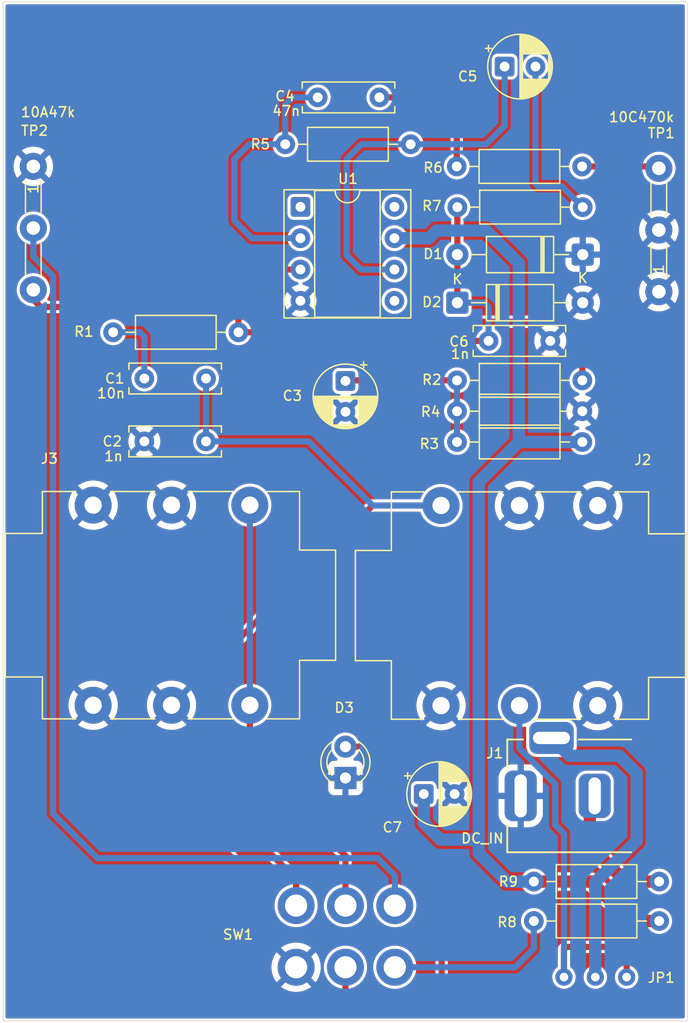
<source format=kicad_pcb>
(kicad_pcb (version 20241229) (generator "pcbnew") (generator_version "9.0")
  (layers (0 "F.Cu" signal) (2 "B.Cu" signal) (13 "F.Paste" user) (15 "B.Paste" user) (5 "F.SilkS" user "F.Silkscreen") (7 "B.SilkS" user "B.Silkscreen") (1 "F.Mask" user) (3 "B.Mask" user) (25 "Edge.Cuts" user))
  (net 0 "")
  (net 1 "VCC")
  (net 2 "Net-(D3-A)")
  (net 3 "Net-(JP1-+)")
  (net 4 "Net-(J1-Pad2)")
  (net 5 "Net-(JP1--)")
  (net 6 "GND")
  (net 7 "Net-(SW1A-B)")
  (net 8 "Net-(SW1B-A)")
  (net 9 "BYPASS")
  (net 10 "Net-(SW1A-A)")
  (net 14 "Net-(C1-Pad1)")
  (net 15 "Net-(C3-Pad1)")
  (net 16 "Net-(U1--)")
  (net 17 "Net-(C5-Pad1)")
  (net 18 "Net-(C5-Pad2)")
  (net 19 "Net-(D1-A)")
  (net 20 "Net-(U1-+)")
  (net 21 "Net-(R6-Pad2)")
  (net 22 "Net-(C4-Pad2)")
  (footprint "myFoot:my_DC_Jack" (layer "F.Cu") (at 27.7 23.05 180)
    (property "Reference" "J1" (at 15.6 3.45 0) (layer "F.SilkS") (effects (font (size 0.8 0.8) (thickness 0.13))))
    (property "Value" "DC_IN" (at 16.6 -3.45 0) (layer "F.SilkS") (effects (font (size 0.8 0.8) (thickness 0.13))))
    (pad "1" thru_hole roundrect (at 13.5 0 180) (size 2.6 4.1) (drill oval 1 3.5) (layers "*.Cu" "*.Mask") (net 6 "GND"))
    (pad "2" thru_hole roundrect (at 7.5 0 180) (size 2.6 3.6) (drill oval 1 3) (layers "*.Cu" "*.Mask") (net 4 "Net-(J1-Pad2)"))
    (pad "3" thru_hole roundrect (at 11 4.7 180) (size 3.6 2.6) (drill oval 3 1) (layers "*.Cu" "*.Mask") (net 3 "Net-(JP1-+)"))
  )
  (footprint "Connector_Audio:Jack_6.35mm_Neutrik_NMJ6HCD2_Horizontal" (layer "F.Cu") (at 7.75 -0.5)
    (property "Reference" "J2" (at 16.35 -3.7 0) (layer "F.SilkS") (effects (font (size 0.8 0.8) (thickness 0.13))))
    (property "Value" "INPUT")
    (pad "R" thru_hole circle (at 6.35 0) (size 3 3) (drill 1.4) (layers "*.Cu" "*.Mask") (net 6 "GND"))
    (pad "RN" thru_hole circle (at 6.35 16.23) (size 3 3) (drill 1.4) (layers "*.Cu" "*.Mask") (net 5 "Net-(JP1--)"))
    (pad "S" thru_hole circle (at 12.7 0) (size 3 3) (drill 1.4) (layers "*.Cu" "*.Mask") (net 6 "GND"))
    (pad "SN" thru_hole circle (at 12.7 16.23) (size 3 3) (drill 1.4) (layers "*.Cu" "*.Mask") (net 6 "GND"))
    (pad "T" thru_hole circle (at 0 0) (size 3 3) (drill 1.4) (layers "*.Cu" "*.Mask") (net 9 "BYPASS"))
    (pad "TN" thru_hole circle (at 0 16.23) (size 3 3) (drill 1.4) (layers "*.Cu" "*.Mask") (net 6 "GND"))
  )
  (footprint "Connector_Audio:Jack_6.35mm_Neutrik_NMJ6HCD2_Horizontal" (layer "F.Cu") (at -7.75 15.7 180)
    (property "Reference" "J3" (at 16.25 20 0) (layer "F.SilkS") (effects (font (size 0.8 0.8) (thickness 0.13))))
    (property "Value" "OUTPUT")
    (pad "R" thru_hole circle (at 6.35 0 180) (size 3 3) (drill 1.4) (layers "*.Cu" "*.Mask") (net 6 "GND"))
    (pad "RN" thru_hole circle (at 6.35 16.23 180) (size 3 3) (drill 1.4) (layers "*.Cu" "*.Mask") (net 6 "GND"))
    (pad "S" thru_hole circle (at 12.7 0 180) (size 3 3) (drill 1.4) (layers "*.Cu" "*.Mask") (net 6 "GND"))
    (pad "SN" thru_hole circle (at 12.7 16.23 180) (size 3 3) (drill 1.4) (layers "*.Cu" "*.Mask") (net 6 "GND"))
    (pad "T" thru_hole circle (at 0 0 180) (size 3 3) (drill 1.4) (layers "*.Cu" "*.Mask") (net 7 "Net-(SW1A-B)"))
    (pad "TN" thru_hole circle (at 0 16.23 180) (size 3 3) (drill 1.4) (layers "*.Cu" "*.Mask") (net 7 "Net-(SW1A-B)"))
  )
  (footprint "myFoot:my_C_Rect1_P5.00mm" (layer "F.Cu") (at 11.6 -13.85)
    (property "Reference" "C6" (at -2.4 0.05 0) (layer "F.SilkS") (effects (font (size 0.8 0.8) (thickness 0.13))))
    (property "Value" "1n" (at -2.3 1.05 0) (layer "F.SilkS") (effects (font (size 0.8 0.8) (thickness 0.13))))
    (pad "1" thru_hole circle (at 0 0) (size 1.6 1.6) (drill 0.8) (layers "*.Cu" "*.Mask") (net 19 "Net-(D1-A)"))
    (pad "2" thru_hole circle (at 5 0) (size 1.6 1.6) (drill 0.8) (layers "*.Cu" "*.Mask") (net 6 "GND"))
  )
  (footprint "Resistor_THT:R_Axial_DIN0207_L6.3mm_D2.5mm_P10.16mm_Horizontal" (layer "F.Cu") (at 9.02 -28)
    (property "Reference" "R6" (at -1.92 0.1 0) (layer "F.SilkS") (effects (font (size 0.8 0.8) (thickness 0.13))))
    (property "Value" "4.7k")
    (pad "1" thru_hole circle (at 0 0) (size 1.6 1.6) (drill 0.8) (layers "*.Cu" "*.Mask") (net 22 "Net-(C4-Pad2)"))
    (pad "2" thru_hole circle (at 10.16 0) (size 1.6 1.6) (drill 0.8) (layers "*.Cu" "*.Mask") (net 21 "Net-(R6-Pad2)"))
  )
  (footprint "Resistor_THT:R_Axial_DIN0207_L6.3mm_D2.5mm_P10.16mm_Horizontal" (layer "F.Cu") (at 15.27 33.2)
    (property "Reference" "R8" (at -2.17 0.1 0) (layer "F.SilkS") (effects (font (size 0.8 0.8) (thickness 0.13))))
    (property "Value" "3.9k")
    (pad "1" thru_hole circle (at 0 0) (size 1.6 1.6) (drill 0.8) (layers "*.Cu" "*.Mask") (net 8 "Net-(SW1B-A)"))
    (pad "2" thru_hole circle (at 10.16 0) (size 1.6 1.6) (drill 0.8) (layers "*.Cu" "*.Mask") (net 1 "VCC"))
  )
  (footprint "myFoot:my_C_Rect1_P5.00mm" (layer "F.Cu") (at -16.3 -10.8)
    (property "Reference" "C1" (at -2.4 0 0) (layer "F.SilkS") (effects (font (size 0.8 0.8) (thickness 0.13))))
    (property "Value" "10n" (at -2.7 1.2 0) (layer "F.SilkS") (effects (font (size 0.8 0.8) (thickness 0.13))))
    (pad "1" thru_hole circle (at 0 0) (size 1.6 1.6) (drill 0.8) (layers "*.Cu" "*.Mask") (net 14 "Net-(C1-Pad1)"))
    (pad "2" thru_hole circle (at 5 0) (size 1.6 1.6) (drill 0.8) (layers "*.Cu" "*.Mask") (net 9 "BYPASS"))
  )
  (footprint "myFoot:my_C_Rect1_P5.00mm" (layer "F.Cu") (at -2.25 -33.6)
    (property "Reference" "C4" (at -2.65 -0.1 0) (layer "F.SilkS") (effects (font (size 0.8 0.8) (thickness 0.13))))
    (property "Value" "47n" (at -2.55 1.1 0) (layer "F.SilkS") (effects (font (size 0.8 0.8) (thickness 0.13))))
    (pad "1" thru_hole circle (at 0 0) (size 1.6 1.6) (drill 0.8) (layers "*.Cu" "*.Mask") (net 16 "Net-(U1--)"))
    (pad "2" thru_hole circle (at 5 0) (size 1.6 1.6) (drill 0.8) (layers "*.Cu" "*.Mask") (net 22 "Net-(C4-Pad2)"))
  )
  (footprint "Resistor_THT:R_Axial_DIN0207_L6.3mm_D2.5mm_P10.16mm_Horizontal" (layer "F.Cu") (at 9.04 -5.65)
    (property "Reference" "R3" (at -2.24 0.15 0) (layer "F.SilkS") (effects (font (size 0.8 0.8) (thickness 0.13))))
    (property "Value" "1M")
    (pad "1" thru_hole circle (at 0 0) (size 1.6 1.6) (drill 0.8) (layers "*.Cu" "*.Mask") (net 15 "Net-(C3-Pad1)"))
    (pad "2" thru_hole circle (at 10.16 0) (size 1.6 1.6) (drill 0.8) (layers "*.Cu" "*.Mask") (net 1 "VCC"))
  )
  (footprint "myFoot:my_C_Rect1_P5.00mm" (layer "F.Cu") (at -16.3 -5.7)
    (property "Reference" "C2" (at -2.6 0 0) (layer "F.SilkS") (effects (font (size 0.8 0.8) (thickness 0.13))))
    (property "Value" "1n" (at -2.5 1.2 0) (layer "F.SilkS") (effects (font (size 0.8 0.8) (thickness 0.13))))
    (pad "1" thru_hole circle (at 0 0) (size 1.6 1.6) (drill 0.8) (layers "*.Cu" "*.Mask") (net 6 "GND"))
    (pad "2" thru_hole circle (at 5 0) (size 1.6 1.6) (drill 0.8) (layers "*.Cu" "*.Mask") (net 9 "BYPASS"))
  )
  (footprint "Diode_THT:D_A-405_P10.16mm_Horizontal" (layer "F.Cu") (at 9.07 -16.95)
    (property "Reference" "D2" (at -2.07 -0.05 0) (layer "F.SilkS") (effects (font (size 0.8 0.8) (thickness 0.13))))
    (property "Value" "1N270")
    (fp_text user "K" (at 0 -1.9 0) (layer "F.SilkS") (effects (font (size 0.8 0.8) (thickness 0.13))))
    (pad "1" thru_hole roundrect (at 0 0) (size 1.8 1.8) (drill 0.9) (layers "*.Cu" "*.Mask") (roundrect_rratio 0.138889) (net 19 "Net-(D1-A)"))
    (pad "2" thru_hole circle (at 10.16 0) (size 1.8 1.8) (drill 0.9) (layers "*.Cu" "*.Mask") (net 6 "GND"))
  )
  (footprint "Capacitor_THT:CP_Radial_D5.0mm_P2.50mm" (layer "F.Cu") (at 12.9 -36.1)
    (property "Reference" "C5" (at -3 0.8 0) (layer "F.SilkS") (effects (font (size 0.8 0.8) (thickness 0.13))))
    (property "Value" "1u")
    (pad "1" thru_hole roundrect (at 0 0) (size 1.6 1.6) (drill 0.8) (layers "*.Cu" "*.Mask") (roundrect_rratio 0.15625) (net 17 "Net-(C5-Pad1)"))
    (pad "2" thru_hole circle (at 2.5 0) (size 1.6 1.6) (drill 0.8) (layers "*.Cu" "*.Mask") (net 18 "Net-(C5-Pad2)"))
  )
  (footprint "Capacitor_THT:CP_Radial_D5.0mm_P2.50mm" (layer "F.Cu") (at 0 -10.6 -90)
    (property "Reference" "C3" (at 1.2 4.3 0) (layer "F.SilkS") (effects (font (size 0.8 0.8) (thickness 0.13))))
    (property "Value" "1u")
    (pad "1" thru_hole roundrect (at 0 0 270) (size 1.6 1.6) (drill 0.8) (layers "*.Cu" "*.Mask") (roundrect_rratio 0.15625) (net 15 "Net-(C3-Pad1)"))
    (pad "2" thru_hole circle (at 2.5 0 270) (size 1.6 1.6) (drill 0.8) (layers "*.Cu" "*.Mask") (net 6 "GND"))
  )
  (footprint "LED_THT:LED_D3.0mm" (layer "F.Cu") (at 0 21.6 90)
    (property "Reference" "D3" (at 5.7 -0.1 0) (layer "F.SilkS") (effects (font (size 0.8 0.8) (thickness 0.13))))
    (property "Value" "LED")
    (pad "1" thru_hole rect (at 0 0 90) (size 1.8 1.8) (drill 0.9) (layers "*.Cu" "*.Mask") (net 6 "GND"))
    (pad "2" thru_hole circle (at 2.54 0 90) (size 1.8 1.8) (drill 0.9) (layers "*.Cu" "*.Mask") (net 2 "Net-(D3-A)"))
  )
  (footprint "Resistor_THT:R_Axial_DIN0207_L6.3mm_D2.5mm_P10.16mm_Horizontal" (layer "F.Cu") (at -18.83 -14.55)
    (property "Reference" "R1" (at -2.37 -0.05 0) (layer "F.SilkS") (effects (font (size 0.8 0.8) (thickness 0.13))))
    (property "Value" "10k")
    (pad "1" thru_hole circle (at 0 0) (size 1.6 1.6) (drill 0.8) (layers "*.Cu" "*.Mask") (net 14 "Net-(C1-Pad1)"))
    (pad "2" thru_hole circle (at 10.16 0) (size 1.6 1.6) (drill 0.8) (layers "*.Cu" "*.Mask") (net 20 "Net-(U1-+)"))
  )
  (footprint "Resistor_THT:R_Axial_DIN0207_L6.3mm_D2.5mm_P10.16mm_Horizontal" (layer "F.Cu") (at -4.88 -29.8)
    (property "Reference" "R5" (at -2.02 0 0) (layer "F.SilkS") (effects (font (size 0.8 0.8) (thickness 0.13))))
    (property "Value" "1M")
    (pad "1" thru_hole circle (at 0 0) (size 1.6 1.6) (drill 0.8) (layers "*.Cu" "*.Mask") (net 16 "Net-(U1--)"))
    (pad "2" thru_hole circle (at 10.16 0) (size 1.6 1.6) (drill 0.8) (layers "*.Cu" "*.Mask") (net 17 "Net-(C5-Pad1)"))
  )
  (footprint "Resistor_THT:R_Axial_DIN0207_L6.3mm_D2.5mm_P10.16mm_Horizontal" (layer "F.Cu") (at 9.04 -8.15)
    (property "Reference" "R4" (at -2.14 0.05 0) (layer "F.SilkS") (effects (font (size 0.8 0.8) (thickness 0.13))))
    (property "Value" "1M")
    (pad "1" thru_hole circle (at 0 0) (size 1.6 1.6) (drill 0.8) (layers "*.Cu" "*.Mask") (net 15 "Net-(C3-Pad1)"))
    (pad "2" thru_hole circle (at 10.16 0) (size 1.6 1.6) (drill 0.8) (layers "*.Cu" "*.Mask") (net 6 "GND"))
  )
  (footprint "Diode_THT:D_A-405_P10.16mm_Horizontal" (layer "F.Cu") (at 19.23 -20.85 180)
    (property "Reference" "D1" (at 12.13 0.05 0) (layer "F.SilkS") (effects (font (size 0.8 0.8) (thickness 0.13))))
    (property "Value" "1N270")
    (fp_text user "K" (at 0 -1.9 0) (layer "F.SilkS") (effects (font (size 0.8 0.8) (thickness 0.13))))
    (pad "1" thru_hole roundrect (at 0 0 180) (size 1.8 1.8) (drill 0.9) (layers "*.Cu" "*.Mask") (roundrect_rratio 0.138889) (net 6 "GND"))
    (pad "2" thru_hole circle (at 10.16 0 180) (size 1.8 1.8) (drill 0.9) (layers "*.Cu" "*.Mask") (net 19 "Net-(D1-A)"))
  )
  (footprint "Resistor_THT:R_Axial_DIN0207_L6.3mm_D2.5mm_P10.16mm_Horizontal" (layer "F.Cu") (at 15.27 30)
    (property "Reference" "R9" (at -2.07 0 0) (layer "F.SilkS") (effects (font (size 0.8 0.8) (thickness 0.13))))
    (property "Value" "10R")
    (pad "1" thru_hole circle (at 0 0) (size 1.6 1.6) (drill 0.8) (layers "*.Cu" "*.Mask") (net 1 "VCC"))
    (pad "2" thru_hole circle (at 10.16 0) (size 1.6 1.6) (drill 0.8) (layers "*.Cu" "*.Mask") (net 4 "Net-(J1-Pad2)"))
  )
  (footprint "Package_DIP:DIP-8_W7.62mm_Socket" (layer "F.Cu") (at -3.65 -24.72)
    (property "Reference" "U1" (at 3.85 -2.28 0) (layer "F.SilkS") (effects (font (size 0.8 0.8) (thickness 0.13))))
    (property "Value" "LM741CN")
    (pad "1" thru_hole roundrect (at 0 0) (size 1.6 1.6) (drill 0.8) (layers "*.Cu" "*.Mask") (roundrect_rratio 0.15625))
    (pad "2" thru_hole circle (at 0 2.54) (size 1.6 1.6) (drill 0.8) (layers "*.Cu" "*.Mask") (net 16 "Net-(U1--)"))
    (pad "3" thru_hole circle (at 0 5.08) (size 1.6 1.6) (drill 0.8) (layers "*.Cu" "*.Mask") (net 20 "Net-(U1-+)"))
    (pad "4" thru_hole circle (at 0 7.62) (size 1.6 1.6) (drill 0.8) (layers "*.Cu" "*.Mask") (net 6 "GND"))
    (pad "5" thru_hole circle (at 7.62 7.62) (size 1.6 1.6) (drill 0.8) (layers "*.Cu" "*.Mask"))
    (pad "6" thru_hole circle (at 7.62 5.08) (size 1.6 1.6) (drill 0.8) (layers "*.Cu" "*.Mask") (net 17 "Net-(C5-Pad1)"))
    (pad "7" thru_hole circle (at 7.62 2.54) (size 1.6 1.6) (drill 0.8) (layers "*.Cu" "*.Mask") (net 1 "VCC"))
    (pad "8" thru_hole circle (at 7.62 0) (size 1.6 1.6) (drill 0.8) (layers "*.Cu" "*.Mask"))
  )
  (footprint "myFoot:my_conn" (layer "F.Cu") (at 20.25 37.75 -90)
    (property "Reference" "JP1" (at 0.05 -5.35 0) (layer "F.SilkS") (effects (font (size 0.8 0.8) (thickness 0.13))))
    (property "Value" "Battery")
    (pad "1" thru_hole circle (at 0 0 270) (size 1.4 1.4) (drill 0.7) (layers "*.Cu" "*.Mask") (net 3 "Net-(JP1-+)"))
    (pad "2" thru_hole circle (at 0 -2.54 270) (size 1.4 1.4) (drill 0.7) (layers "*.Cu" "*.Mask") (net 5 "Net-(JP1--)"))
    (pad "2" thru_hole circle (at 0 2.54 270) (size 1.4 1.4) (drill 0.7) (layers "*.Cu" "*.Mask") (net 5 "Net-(JP1--)"))
  )
  (footprint "Connector_PinHeader_2.54mm:PinHeader_2x03_P2.54mm_Vertical" (layer "F.Cu") (at 3.999999 31.95 -90)
    (property "Reference" "SW1" (at 2.35 12.699999 0) (layer "F.SilkS") (effects (font (size 0.8 0.8) (thickness 0.13))))
    (property "Value" "SW2" (hide yes))
    (pad "1" thru_hole circle (at 0 0 270) (size 3 3) (drill 1.8) (layers "*.Cu" "*.Mask") (net 10 "Net-(SW1A-A)"))
    (pad "2" thru_hole circle (at 0 4 270) (size 3 3) (drill 1.8) (layers "*.Cu" "*.Mask") (net 7 "Net-(SW1A-B)"))
    (pad "3" thru_hole circle (at 0 8 270) (size 3 3) (drill 1.8) (layers "*.Cu" "*.Mask") (net 9 "BYPASS"))
    (pad "4" thru_hole circle (at 5 0 270) (size 3 3) (drill 1.8) (layers "*.Cu" "*.Mask") (net 8 "Net-(SW1B-A)"))
    (pad "5" thru_hole circle (at 5 4 270) (size 3 3) (drill 1.8) (layers "*.Cu" "*.Mask") (net 2 "Net-(D3-A)"))
    (pad "6" thru_hole circle (at 5 8 270) (size 3 3) (drill 1.8) (layers "*.Cu" "*.Mask") (net 6 "GND"))
  )
  (footprint "Resistor_THT:R_Axial_DIN0207_L6.3mm_D2.5mm_P10.16mm_Horizontal" (layer "F.Cu") (at 9.04 -10.65)
    (property "Reference" "R2" (at -2.04 -0.05 0) (layer "F.SilkS") (effects (font (size 0.8 0.8) (thickness 0.13))))
    (property "Value" "1M")
    (pad "1" thru_hole circle (at 0 0) (size 1.6 1.6) (drill 0.8) (layers "*.Cu" "*.Mask") (net 15 "Net-(C3-Pad1)"))
    (pad "2" thru_hole circle (at 10.16 0) (size 1.6 1.6) (drill 0.8) (layers "*.Cu" "*.Mask") (net 20 "Net-(U1-+)"))
  )
  (footprint "Capacitor_THT:CP_Radial_D5.0mm_P2.50mm" (layer "F.Cu") (at 6.344888 22.9)
    (property "Reference" "C7" (at -2.544888 2.7 0) (layer "F.SilkS") (effects (font (size 0.8 0.8) (thickness 0.13))))
    (property "Value" "100u")
    (pad "1" thru_hole roundrect (at 0 0) (size 1.6 1.6) (drill 0.8) (layers "*.Cu" "*.Mask") (roundrect_rratio 0.15625) (net 1 "VCC"))
    (pad "2" thru_hole circle (at 2.5 0) (size 1.6 1.6) (drill 0.8) (layers "*.Cu" "*.Mask") (net 6 "GND"))
  )
  (footprint "myFoot:my_pot_5mm" (layer "F.Cu") (at -25.3 -23 -90)
    (property "Reference" "TP2" (at -7.9 -0.1 0) (layer "F.SilkS") (effects (font (size 0.8 0.8) (thickness 0.13))))
    (property "Value" "10A47k" (at -9.4 -1.2 0) (layer "F.SilkS") (effects (font (size 0.8 0.8) (thickness 0.13))))
    (fp_text user "1" (at -3.175 0 90) (layer "F.SilkS") (effects (font (size 0.8 0.8) (thickness 0.13))))
    (pad "1" thru_hole circle (at -5.0038 0 270) (size 2.2 2.2) (drill 1.1) (layers "*.Cu" "*.Mask") (net 6 "GND"))
    (pad "2" thru_hole circle (at 0 0 270) (size 2.2 2.2) (drill 1.1) (layers "*.Cu" "*.Mask") (net 10 "Net-(SW1A-A)"))
    (pad "3" thru_hole circle (at 5.0038 0 270) (size 2.2 2.2) (drill 1.1) (layers "*.Cu" "*.Mask") (net 19 "Net-(D1-A)"))
  )
  (footprint "myFoot:my_pot_5mm" (layer "F.Cu") (at 25.4 -22.8462 90)
    (property "Reference" "TP1" (at 7.8538 0.2 0) (layer "F.SilkS") (effects (font (size 0.8 0.8) (thickness 0.13))))
    (property "Value" "10C470k" (at 9.1538 -1.4 0) (layer "F.SilkS") (effects (font (size 0.8 0.8) (thickness 0.13))))
    (fp_text user "1" (at -3.175 0 90) (layer "F.SilkS") (effects (font (size 0.8 0.8) (thickness 0.13))))
    (pad "1" thru_hole circle (at -5.0038 0 90) (size 2.2 2.2) (drill 1.1) (layers "*.Cu" "*.Mask") (net 6 "GND"))
    (pad "2" thru_hole circle (at 0 0 90) (size 2.2 2.2) (drill 1.1) (layers "*.Cu" "*.Mask") (net 6 "GND"))
    (pad "3" thru_hole circle (at 5.0038 0 90) (size 2.2 2.2) (drill 1.1) (layers "*.Cu" "*.Mask") (net 21 "Net-(R6-Pad2)"))
  )
  (footprint "Resistor_THT:R_Axial_DIN0207_L6.3mm_D2.5mm_P10.16mm_Horizontal" (layer "F.Cu") (at 9.07 -24.7)
    (property "Reference" "R7" (at -2.07 -0.1 0) (layer "F.SilkS") (effects (font (size 0.8 0.8) (thickness 0.13))))
    (property "Value" "10k")
    (pad "1" thru_hole circle (at 0 0) (size 1.6 1.6) (drill 0.8) (layers "*.Cu" "*.Mask") (net 19 "Net-(D1-A)"))
    (pad "2" thru_hole circle (at 10.16 0) (size 1.6 1.6) (drill 0.8) (layers "*.Cu" "*.Mask") (net 18 "Net-(C5-Pad2)"))
  )
  (gr_rect (start -27.75 -41.35) (end 27.7 41.3) (stroke (width 0.05)) (fill no) (layer "Edge.Cuts"))
  (segment (start 23.1 33.2) (end 25.43 33.2) (width 1) (layer "F.Cu") (net 1))
  (segment (start 15.27 30) (end 19.9 30) (width 1) (layer "F.Cu") (net 1))
  (segment (start 19.9 30) (end 23.1 33.2) (width 1) (layer "F.Cu") (net 1))
  (segment (start 14.05 -20.15) (end 14.05 -5.65) (width 1) (layer "B.Cu") (net 1))
  (segment (start 6.78 -22.18) (end 7.4 -22.8) (width 1) (layer "B.Cu") (net 1))
  (segment (start 15.27 30) (end 13.1 30) (width 1) (layer "B.Cu") (net 1))
  (segment (start 11.4 -22.8) (end 14.05 -20.15) (width 1) (layer "B.Cu") (net 1))
  (segment (start 3.97 -22.18) (end 6.78 -22.18) (width 1) (layer "B.Cu") (net 1))
  (segment (start 7.7 26.6) (end 10.8 26.6) (width 1) (layer "B.Cu") (net 1))
  (segment (start 14.05 -5.65) (end 19.2 -5.65) (width 1) (layer "B.Cu") (net 1))
  (segment (start 6.344888 25.244888) (end 7.7 26.6) (width 1) (layer "B.Cu") (net 1))
  (segment (start 7.4 -22.8) (end 11.4 -22.8) (width 1) (layer "B.Cu") (net 1))
  (segment (start 10.8 -2.4) (end 14.05 -5.65) (width 1) (layer "B.Cu") (net 1))
  (segment (start 10.8 26.6) (end 10.8 -2.4) (width 1) (layer "B.Cu") (net 1))
  (segment (start 13.1 30) (end 10.8 27.7) (width 1) (layer "B.Cu") (net 1))
  (segment (start 10.8 27.7) (end 10.8 26.6) (width 1) (layer "B.Cu") (net 1))
  (segment (start 6.344888 22.9) (end 6.344888 25.244888) (width 1) (layer "B.Cu") (net 1))
  (segment (start 6.4 39.8) (end 7.8 38.4) (width 0.5) (layer "F.Cu") (net 2))
  (segment (start 0.7 39.8) (end 6.4 39.8) (width 0.5) (layer "F.Cu") (net 2))
  (segment (start -0.000001 36.95) (end -0.000001 39.099999) (width 0.5) (layer "F.Cu") (net 2))
  (segment (start 2.06 19.06) (end 0 19.06) (width 0.5) (layer "F.Cu") (net 2))
  (segment (start 7.8 38.4) (end 7.8 28.5) (width 0.5) (layer "F.Cu") (net 2))
  (segment (start -0.000001 39.099999) (end 0.7 39.8) (width 0.5) (layer "F.Cu") (net 2))
  (segment (start 3.8 24.5) (end 3.8 20.8) (width 0.5) (layer "F.Cu") (net 2))
  (segment (start 3.8 20.8) (end 2.06 19.06) (width 0.5) (layer "F.Cu") (net 2))
  (segment (start 7.8 28.5) (end 3.8 24.5) (width 0.5) (layer "F.Cu") (net 2))
  (segment (start 23.6 21.2) (end 22.2 19.8) (width 1) (layer "B.Cu") (net 3))
  (segment (start 23.6 26.7) (end 23.6 21.2) (width 1) (layer "B.Cu") (net 3))
  (segment (start 18.15 19.8) (end 16.7 18.35) (width 1) (layer "B.Cu") (net 3))
  (segment (start 22.2 19.8) (end 18.15 19.8) (width 1) (layer "B.Cu") (net 3))
  (segment (start 20.25 37.75) (end 20.25 30.05) (width 1) (layer "B.Cu") (net 3))
  (segment (start 20.25 30.05) (end 23.6 26.7) (width 1) (layer "B.Cu") (net 3))
  (segment (start 20.2 23.05) (end 20.2 24.2) (width 1) (layer "F.Cu") (net 4))
  (segment (start 19.8 27.1) (end 22.7 30) (width 1) (layer "F.Cu") (net 4))
  (segment (start 22.7 30) (end 25.43 30) (width 1) (layer "F.Cu") (net 4))
  (segment (start 19.8 24.6) (end 19.8 27.1) (width 1) (layer "F.Cu") (net 4))
  (segment (start 20.2 24.2) (end 19.8 24.6) (width 1) (layer "F.Cu") (net 4))
  (segment (start 17.71 35.49) (end 17.9 35.3) (width 0.5) (layer "F.Cu") (net 5))
  (segment (start 22.5 35.3) (end 22.79 35.59) (width 0.5) (layer "F.Cu") (net 5))
  (segment (start 17.9 35.3) (end 22.5 35.3) (width 0.5) (layer "F.Cu") (net 5))
  (segment (start 22.79 35.59) (end 22.79 37.75) (width 0.5) (layer "F.Cu") (net 5))
  (segment (start 17.71 37.75) (end 17.71 35.49) (width 0.5) (layer "F.Cu") (net 5))
  (segment (start 14.1 19.2) (end 17 22.1) (width 0.5) (layer "B.Cu") (net 5))
  (segment (start 17 25.4) (end 17.71 26.11) (width 0.5) (layer "B.Cu") (net 5))
  (segment (start 14.1 15.73) (end 14.1 19.2) (width 0.5) (layer "B.Cu") (net 5))
  (segment (start 17 22.1) (end 17 25.4) (width 0.5) (layer "B.Cu") (net 5))
  (segment (start 17.71 26.11) (end 17.71 37.75) (width 0.5) (layer "B.Cu") (net 5))
  (segment (start -0.000001 27.899999) (end -0.000001 31.95) (width 0.5) (layer "F.Cu") (net 7))
  (segment (start -7.75 15.7) (end -7.75 22.75) (width 0.5) (layer "F.Cu") (net 7))
  (segment (start -7.75 22.75) (end -4.8 25.7) (width 0.5) (layer "F.Cu") (net 7))
  (segment (start -4.8 25.7) (end -2.2 25.7) (width 0.5) (layer "F.Cu") (net 7))
  (segment (start -2.2 25.7) (end -0.000001 27.899999) (width 0.5) (layer "F.Cu") (net 7))
  (segment (start -7.75 -0.53) (end -7.75 15.7) (width 0.5) (layer "B.Cu") (net 7))
  (segment (start 15.27 35.43) (end 13.75 36.95) (width 0.5) (layer "B.Cu") (net 8))
  (segment (start 13.75 36.95) (end 3.999999 36.95) (width 0.5) (layer "B.Cu") (net 8))
  (segment (start 15.27 33.2) (end 15.27 35.43) (width 0.5) (layer "B.Cu") (net 8))
  (segment (start -11.2 25) (end -8.4 27.8) (width 0.5) (layer "F.Cu") (net 9))
  (segment (start 7.75 -0.5) (end 2.2 -0.5) (width 0.5) (layer "F.Cu") (net 9))
  (segment (start -4.000001 29.799999) (end -4.000001 31.95) (width 0.5) (layer "F.Cu") (net 9))
  (segment (start -8.4 27.8) (end -6 27.8) (width 0.5) (layer "F.Cu") (net 9))
  (segment (start 2.2 -0.5) (end -11.2 12.9) (width 0.5) (layer "F.Cu") (net 9))
  (segment (start -6 27.8) (end -4.000001 29.799999) (width 0.5) (layer "F.Cu") (net 9))
  (segment (start -11.2 12.9) (end -11.2 25) (width 0.5) (layer "F.Cu") (net 9))
  (segment (start -3 -5.7) (end 2.2 -0.5) (width 0.5) (layer "B.Cu") (net 9))
  (segment (start -11.3 -10.8) (end -11.3 -5.7) (width 0.5) (layer "B.Cu") (net 9))
  (segment (start -11.3 -5.7) (end -3 -5.7) (width 0.5) (layer "B.Cu") (net 9))
  (segment (start 2.2 -0.5) (end 7.75 -0.5) (width 0.5) (layer "B.Cu") (net 9))
  (segment (start -23.7 -19.1) (end -25.3 -20.7) (width 0.5) (layer "B.Cu") (net 10))
  (segment (start -23.7 24.5) (end -23.7 -19.1) (width 0.5) (layer "B.Cu") (net 10))
  (segment (start 3.999999 31.95) (end 3.999999 29.499999) (width 0.5) (layer "B.Cu") (net 10))
  (segment (start 2.6 28.1) (end -20.1 28.1) (width 0.5) (layer "B.Cu") (net 10))
  (segment (start -25.3 -20.7) (end -25.3 -23) (width 0.5) (layer "B.Cu") (net 10))
  (segment (start 3.999999 29.499999) (end 2.6 28.1) (width 0.5) (layer "B.Cu") (net 10))
  (segment (start -20.1 28.1) (end -23.7 24.5) (width 0.5) (layer "B.Cu") (net 10))
  (segment (start -16.3 -14.2) (end -16.3 -10.8) (width 0.5) (layer "B.Cu") (net 14))
  (segment (start -16.65 -14.55) (end -16.3 -14.2) (width 0.5) (layer "B.Cu") (net 14))
  (segment (start -18.83 -14.55) (end -16.65 -14.55) (width 0.5) (layer "B.Cu") (net 14))
  (segment (start 0.05 -10.65) (end 0 -10.6) (width 0.5) (layer "F.Cu") (net 15))
  (segment (start 9.04 -10.65) (end 0.05 -10.65) (width 0.5) (layer "F.Cu") (net 15))
  (segment (start 9.04 -10.65) (end 9.04 -8.15) (width 0.5) (layer "B.Cu") (net 15))
  (segment (start 9.04 -8.15) (end 9.04 -5.65) (width 0.5) (layer "B.Cu") (net 15))
  (segment (start -7.58 -22.18) (end -9 -23.6) (width 0.5) (layer "B.Cu") (net 16))
  (segment (start -4.88 -29.8) (end -4.88 -33.02) (width 0.5) (layer "B.Cu") (net 16))
  (segment (start -7.8 -29.8) (end -4.88 -29.8) (width 0.5) (layer "B.Cu") (net 16))
  (segment (start -3.65 -22.18) (end -7.58 -22.18) (width 0.5) (layer "B.Cu") (net 16))
  (segment (start -4.3 -33.6) (end -2.25 -33.6) (width 0.5) (layer "B.Cu") (net 16))
  (segment (start -9 -23.6) (end -9 -28.6) (width 0.5) (layer "B.Cu") (net 16))
  (segment (start -9 -28.6) (end -7.8 -29.8) (width 0.5) (layer "B.Cu") (net 16))
  (segment (start -4.88 -33.02) (end -4.3 -33.6) (width 0.5) (layer "B.Cu") (net 16))
  (segment (start 12.9 -31.3) (end 12.9 -36.1) (width 0.5) (layer "B.Cu") (net 17))
  (segment (start 5.28 -29.8) (end 1.3 -29.8) (width 0.5) (layer "B.Cu") (net 17))
  (segment (start 1.3 -29.8) (end 0.1 -28.6) (width 0.5) (layer "B.Cu") (net 17))
  (segment (start 5.28 -29.8) (end 11.4 -29.8) (width 0.5) (layer "B.Cu") (net 17))
  (segment (start 0.1 -28.6) (end 0.1 -20.8) (width 0.5) (layer "B.Cu") (net 17))
  (segment (start 1.26 -19.64) (end 3.97 -19.64) (width 0.5) (layer "B.Cu") (net 17))
  (segment (start 0.1 -20.8) (end 1.26 -19.64) (width 0.5) (layer "B.Cu") (net 17))
  (segment (start 11.4 -29.8) (end 12.9 -31.3) (width 0.5) (layer "B.Cu") (net 17))
  (segment (start 17.53 -26.4) (end 19.23 -24.7) (width 0.5) (layer "B.Cu") (net 18))
  (segment (start 15.6 -26.4) (end 17.53 -26.4) (width 0.5) (layer "B.Cu") (net 18))
  (segment (start 15.4 -26.6) (end 15.6 -26.4) (width 0.5) (layer "B.Cu") (net 18))
  (segment (start 15.4 -36.1) (end 15.4 -26.6) (width 0.5) (layer "B.Cu") (net 18))
  (segment (start -9.8 -12.4) (end -14 -16.6) (width 0.5) (layer "F.Cu") (net 19))
  (segment (start -24.7 -16.6) (end -25.3 -17.2) (width 0.5) (layer "F.Cu") (net 19))
  (segment (start -0.95 -13.85) (end -2.4 -12.4) (width 0.5) (layer "F.Cu") (net 19))
  (segment (start -25.3 -17.2) (end -25.3 -17.9962) (width 0.5) (layer "F.Cu") (net 19))
  (segment (start 9.07 -20.85) (end 9.07 -16.95) (width 0.5) (layer "F.Cu") (net 19))
  (segment (start 9.07 -24.7) (end 9.07 -20.85) (width 0.5) (layer "F.Cu") (net 19))
  (segment (start -14 -16.6) (end -24.7 -16.6) (width 0.5) (layer "F.Cu") (net 19))
  (segment (start -2.4 -12.4) (end -9.8 -12.4) (width 0.5) (layer "F.Cu") (net 19))
  (segment (start 11.6 -13.85) (end -0.95 -13.85) (width 0.5) (layer "F.Cu") (net 19))
  (segment (start 11.25 -16.95) (end 11.6 -16.6) (width 0.5) (layer "B.Cu") (net 19))
  (segment (start 9.07 -16.95) (end 11.25 -16.95) (width 0.5) (layer "B.Cu") (net 19))
  (segment (start 11.6 -16.6) (end 11.6 -13.85) (width 0.5) (layer "B.Cu") (net 19))
  (segment (start 19.2 -13.8) (end 19.2 -10.65) (width 0.5) (layer "F.Cu") (net 20))
  (segment (start -8.67 -17.83) (end -6.86 -19.64) (width 0.5) (layer "F.Cu") (net 20))
  (segment (start -2.3 -15.4) (end 17.6 -15.4) (width 0.5) (layer "F.Cu") (net 20))
  (segment (start -8.67 -14.55) (end -8.67 -17.83) (width 0.5) (layer "F.Cu") (net 20))
  (segment (start -8.67 -14.55) (end -3.15 -14.55) (width 0.5) (layer "F.Cu") (net 20))
  (segment (start 17.6 -15.4) (end 19.2 -13.8) (width 0.5) (layer "F.Cu") (net 20))
  (segment (start -6.86 -19.64) (end -3.65 -19.64) (width 0.5) (layer "F.Cu") (net 20))
  (segment (start -3.15 -14.55) (end -2.3 -15.4) (width 0.5) (layer "F.Cu") (net 20))
  (segment (start 25.25 -28) (end 25.4 -27.85) (width 0.5) (layer "F.Cu") (net 21))
  (segment (start 19.18 -28) (end 25.25 -28) (width 0.5) (layer "F.Cu") (net 21))
  (segment (start 2.75 -33.6) (end 6.7 -33.6) (width 0.5) (layer "F.Cu") (net 22))
  (segment (start 6.7 -33.6) (end 9.02 -31.28) (width 0.5) (layer "F.Cu") (net 22))
  (segment (start 9.02 -31.28) (end 9.02 -28) (width 0.5) (layer "F.Cu") (net 22))
  (zone (net 6) (net_name "GND") (layers "F.Cu" "B.Cu") (connect_pads (clearance 0.25)) (min_thickness 0.25) (fill yes (thermal_gap 0.5) (thermal_bridge_width 0.5))
    (polygon (pts (xy 28 41.5) (xy -28 41.5) (xy -28 -41.5) (xy 28 -41.5)))
  )
)
</source>
